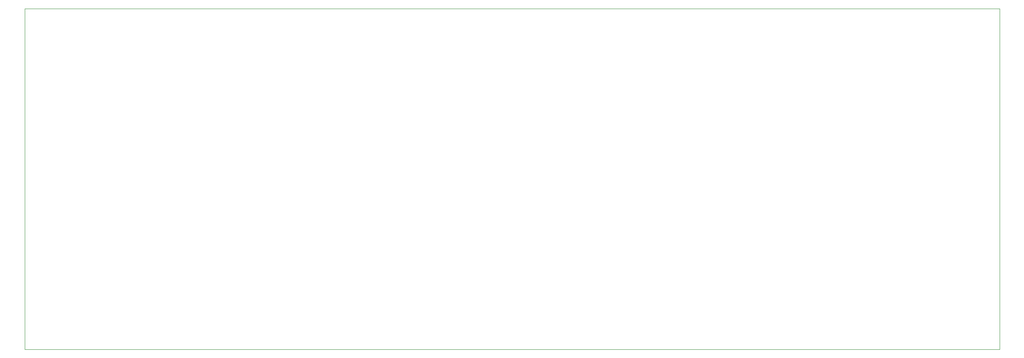
<source format=gbr>
%TF.GenerationSoftware,KiCad,Pcbnew,(5.1.10)-1*%
%TF.CreationDate,2021-11-03T21:28:22+01:00*%
%TF.ProjectId,Amplificatore,416d706c-6966-4696-9361-746f72652e6b,rev?*%
%TF.SameCoordinates,Original*%
%TF.FileFunction,Profile,NP*%
%FSLAX46Y46*%
G04 Gerber Fmt 4.6, Leading zero omitted, Abs format (unit mm)*
G04 Created by KiCad (PCBNEW (5.1.10)-1) date 2021-11-03 21:28:22*
%MOMM*%
%LPD*%
G01*
G04 APERTURE LIST*
%TA.AperFunction,Profile*%
%ADD10C,0.100000*%
%TD*%
G04 APERTURE END LIST*
D10*
X240000000Y-30000000D02*
X240000000Y-100000000D01*
X40000000Y-30000000D02*
X240000000Y-30000000D01*
X40000000Y-100000000D02*
X40000000Y-30000000D01*
X240000000Y-100000000D02*
X40000000Y-100000000D01*
M02*

</source>
